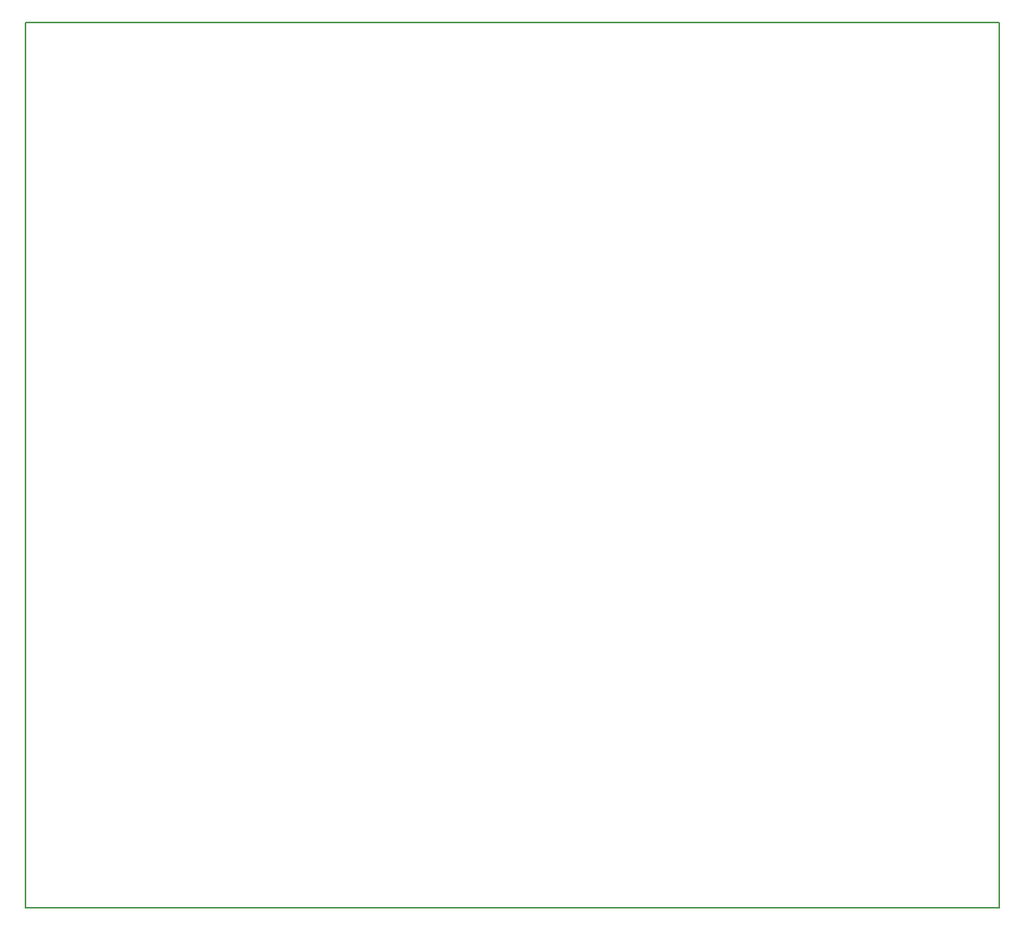
<source format=gbr>
G04 #@! TF.FileFunction,Profile,NP*
%FSLAX46Y46*%
G04 Gerber Fmt 4.6, Leading zero omitted, Abs format (unit mm)*
G04 Created by KiCad (PCBNEW no-vcs-found-product) date Fri Jul  7 16:07:56 2017*
%MOMM*%
%LPD*%
G01*
G04 APERTURE LIST*
%ADD10C,0.100000*%
%ADD11C,0.200000*%
G04 APERTURE END LIST*
D10*
D11*
X71340000Y-26670000D02*
X181336000Y-26670000D01*
X71340000Y-126670000D02*
X71340000Y-26670000D01*
X181336000Y-126670000D02*
X71340000Y-126670000D01*
X181336000Y-26670000D02*
X181336000Y-126670000D01*
M02*

</source>
